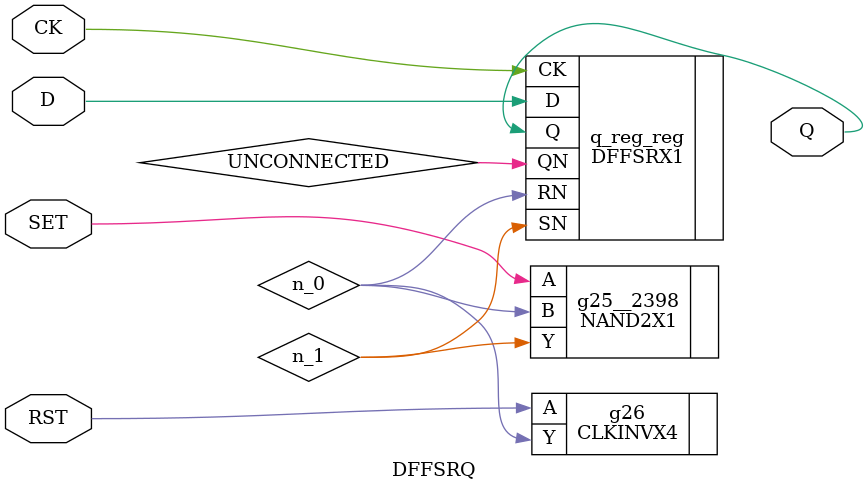
<source format=v>


// Verification Directory fv/DFFSRQ 

module DFFSRQ(SET, RST, CK, D, Q);
  input SET, RST, CK, D;
  output Q;
  wire SET, RST, CK, D;
  wire Q;
  wire UNCONNECTED, n_0, n_1, n_2;
  DFFSRX1 q_reg_reg(.RN (n_0), .SN (n_1), .CK (CK), .D (D), .Q (Q), .QN
       (UNCONNECTED));
  NAND2X1 g25__2398(.A (SET), .B (n_0), .Y (n_1));

//  BUFX2 g24(.A(RST), .Y(n_2));
//  CLKINVX1 g26(.A (n_2), .Y (n_0));
  CLKINVX4 g26(.A (RST), .Y (n_0));
endmodule


</source>
